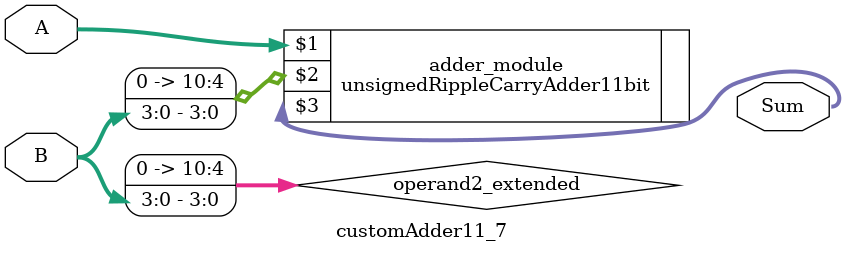
<source format=v>

module customAdder11_7(
                    input [10 : 0] A,
                    input [3 : 0] B,
                    
                    output [11 : 0] Sum
            );

    wire [10 : 0] operand2_extended;
    
    assign operand2_extended =  {7'b0, B};
    
    unsignedRippleCarryAdder11bit adder_module(
        A,
        operand2_extended,
        Sum
    );
    
endmodule
        
</source>
